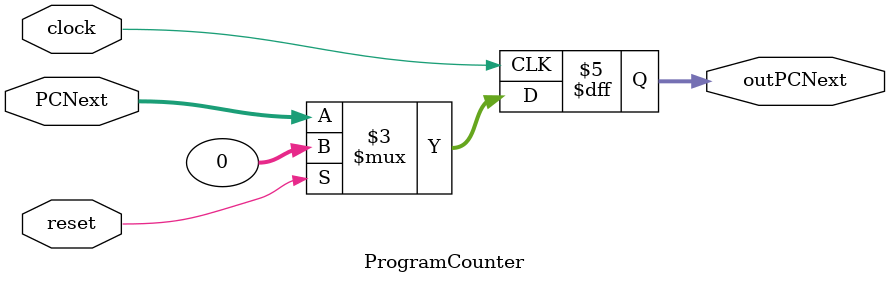
<source format=v>

module ProgramCounter(outPCNext, PCNext, reset, clock);

    input[31:0] PCNext;
    input reset, clock;

    output reg[31:0] outPCNext;

    always @(posedge clock)
        begin
            if (reset) // If reset signal is activated, we set the PC back to 0.
                begin
                    outPCNext <= 32'b0;
                end
            else
                begin
                    outPCNext <= PCNext;
                end
        end

endmodule
</source>
